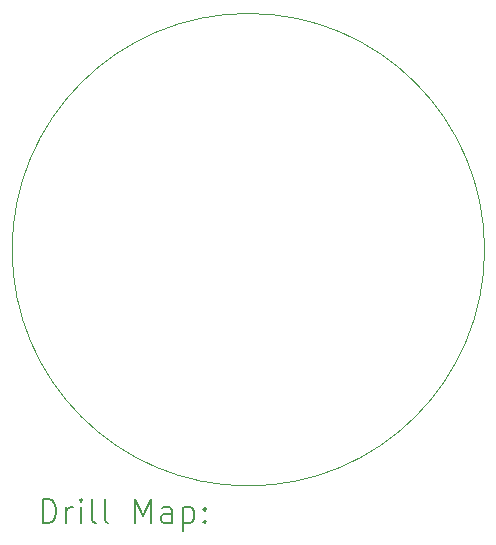
<source format=gbr>
%TF.GenerationSoftware,KiCad,Pcbnew,8.0.7*%
%TF.CreationDate,2024-12-04T22:18:50-06:00*%
%TF.ProjectId,b4,62342e6b-6963-4616-945f-706362585858,rev?*%
%TF.SameCoordinates,Original*%
%TF.FileFunction,Drillmap*%
%TF.FilePolarity,Positive*%
%FSLAX45Y45*%
G04 Gerber Fmt 4.5, Leading zero omitted, Abs format (unit mm)*
G04 Created by KiCad (PCBNEW 8.0.7) date 2024-12-04 22:18:50*
%MOMM*%
%LPD*%
G01*
G04 APERTURE LIST*
%ADD10C,0.050000*%
%ADD11C,0.200000*%
G04 APERTURE END LIST*
D10*
X17000000Y-5000000D02*
G75*
G02*
X13000000Y-5000000I-2000000J0D01*
G01*
X13000000Y-5000000D02*
G75*
G02*
X17000000Y-5000000I2000000J0D01*
G01*
D11*
X13258277Y-7313984D02*
X13258277Y-7113984D01*
X13258277Y-7113984D02*
X13305896Y-7113984D01*
X13305896Y-7113984D02*
X13334467Y-7123508D01*
X13334467Y-7123508D02*
X13353515Y-7142555D01*
X13353515Y-7142555D02*
X13363039Y-7161603D01*
X13363039Y-7161603D02*
X13372562Y-7199698D01*
X13372562Y-7199698D02*
X13372562Y-7228269D01*
X13372562Y-7228269D02*
X13363039Y-7266365D01*
X13363039Y-7266365D02*
X13353515Y-7285412D01*
X13353515Y-7285412D02*
X13334467Y-7304460D01*
X13334467Y-7304460D02*
X13305896Y-7313984D01*
X13305896Y-7313984D02*
X13258277Y-7313984D01*
X13458277Y-7313984D02*
X13458277Y-7180650D01*
X13458277Y-7218746D02*
X13467801Y-7199698D01*
X13467801Y-7199698D02*
X13477324Y-7190174D01*
X13477324Y-7190174D02*
X13496372Y-7180650D01*
X13496372Y-7180650D02*
X13515420Y-7180650D01*
X13582086Y-7313984D02*
X13582086Y-7180650D01*
X13582086Y-7113984D02*
X13572562Y-7123508D01*
X13572562Y-7123508D02*
X13582086Y-7133031D01*
X13582086Y-7133031D02*
X13591610Y-7123508D01*
X13591610Y-7123508D02*
X13582086Y-7113984D01*
X13582086Y-7113984D02*
X13582086Y-7133031D01*
X13705896Y-7313984D02*
X13686848Y-7304460D01*
X13686848Y-7304460D02*
X13677324Y-7285412D01*
X13677324Y-7285412D02*
X13677324Y-7113984D01*
X13810658Y-7313984D02*
X13791610Y-7304460D01*
X13791610Y-7304460D02*
X13782086Y-7285412D01*
X13782086Y-7285412D02*
X13782086Y-7113984D01*
X14039229Y-7313984D02*
X14039229Y-7113984D01*
X14039229Y-7113984D02*
X14105896Y-7256841D01*
X14105896Y-7256841D02*
X14172562Y-7113984D01*
X14172562Y-7113984D02*
X14172562Y-7313984D01*
X14353515Y-7313984D02*
X14353515Y-7209222D01*
X14353515Y-7209222D02*
X14343991Y-7190174D01*
X14343991Y-7190174D02*
X14324943Y-7180650D01*
X14324943Y-7180650D02*
X14286848Y-7180650D01*
X14286848Y-7180650D02*
X14267801Y-7190174D01*
X14353515Y-7304460D02*
X14334467Y-7313984D01*
X14334467Y-7313984D02*
X14286848Y-7313984D01*
X14286848Y-7313984D02*
X14267801Y-7304460D01*
X14267801Y-7304460D02*
X14258277Y-7285412D01*
X14258277Y-7285412D02*
X14258277Y-7266365D01*
X14258277Y-7266365D02*
X14267801Y-7247317D01*
X14267801Y-7247317D02*
X14286848Y-7237793D01*
X14286848Y-7237793D02*
X14334467Y-7237793D01*
X14334467Y-7237793D02*
X14353515Y-7228269D01*
X14448753Y-7180650D02*
X14448753Y-7380650D01*
X14448753Y-7190174D02*
X14467801Y-7180650D01*
X14467801Y-7180650D02*
X14505896Y-7180650D01*
X14505896Y-7180650D02*
X14524943Y-7190174D01*
X14524943Y-7190174D02*
X14534467Y-7199698D01*
X14534467Y-7199698D02*
X14543991Y-7218746D01*
X14543991Y-7218746D02*
X14543991Y-7275888D01*
X14543991Y-7275888D02*
X14534467Y-7294936D01*
X14534467Y-7294936D02*
X14524943Y-7304460D01*
X14524943Y-7304460D02*
X14505896Y-7313984D01*
X14505896Y-7313984D02*
X14467801Y-7313984D01*
X14467801Y-7313984D02*
X14448753Y-7304460D01*
X14629705Y-7294936D02*
X14639229Y-7304460D01*
X14639229Y-7304460D02*
X14629705Y-7313984D01*
X14629705Y-7313984D02*
X14620182Y-7304460D01*
X14620182Y-7304460D02*
X14629705Y-7294936D01*
X14629705Y-7294936D02*
X14629705Y-7313984D01*
X14629705Y-7190174D02*
X14639229Y-7199698D01*
X14639229Y-7199698D02*
X14629705Y-7209222D01*
X14629705Y-7209222D02*
X14620182Y-7199698D01*
X14620182Y-7199698D02*
X14629705Y-7190174D01*
X14629705Y-7190174D02*
X14629705Y-7209222D01*
M02*

</source>
